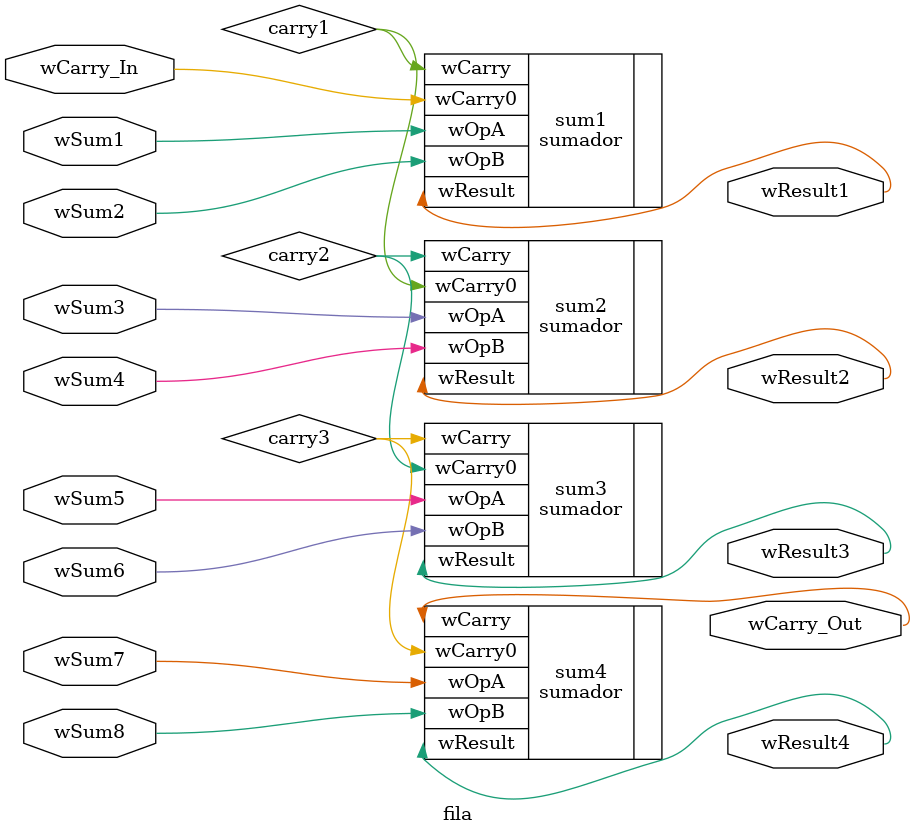
<source format=v>
`timescale 1ns / 1ps


module fila(
    input wSum1,
    input wSum2,
    input wSum3,
    input wSum4,
    input wSum5,
    input wSum6,
    input wSum7,
    input wSum8,
    
	 input wCarry_In,
    
	 output wCarry_Out,
    output wResult1,
    output wResult2,
    output wResult3,
    output wResult4
    );

	//Cables Internos
	wire carry1, carry2, carry3;


	sumador sum1 (
		.wOpA(wSum1),
		.wOpB(wSum2),
		.wResult(wResult1),
		.wCarry(carry1),
		.wCarry0(wCarry_In)	
		);
	
	sumador sum2 (
		.wOpA(wSum3),
		.wOpB(wSum4),
		.wResult(wResult2),
		.wCarry(carry2),
		.wCarry0(carry1)	
	);

	sumador sum3 (
		.wOpA(wSum5),
		.wOpB(wSum6),
		.wResult(wResult3),
		.wCarry(carry3),
		.wCarry0(carry2)	
	);

	sumador sum4 (
		.wOpA(wSum7),
		.wOpB(wSum8),
		.wResult(wResult4),
		.wCarry(wCarry_Out),
		.wCarry0(carry3)	
	);
endmodule

</source>
